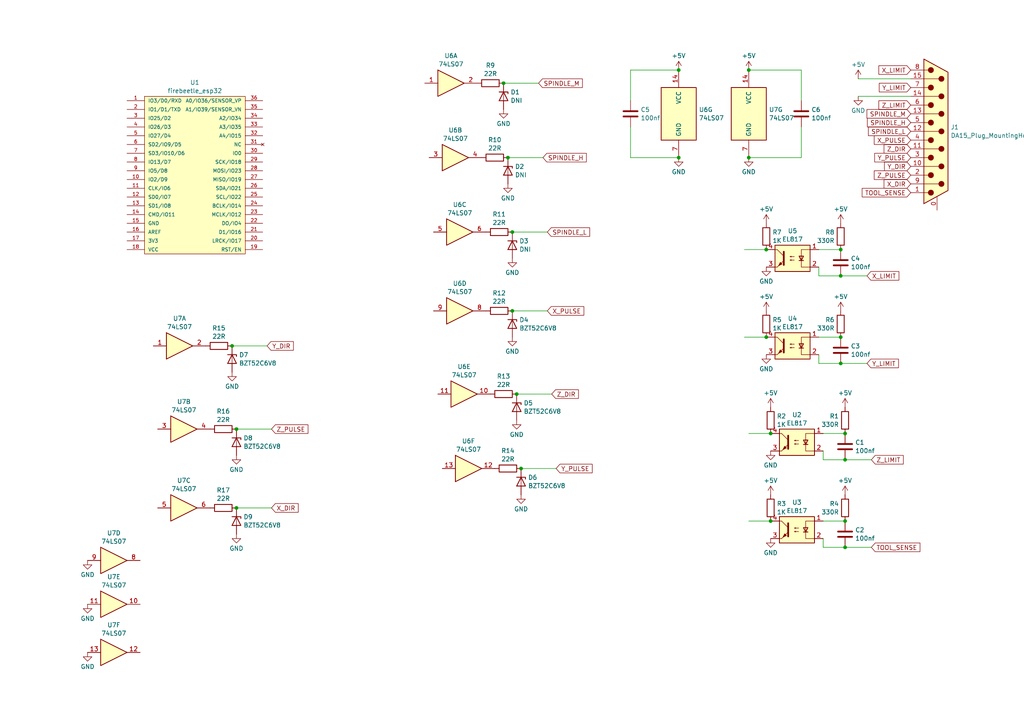
<source format=kicad_sch>
(kicad_sch (version 20230121) (generator eeschema)
  (paper "A4")
  (lib_symbols
    (symbol "74xx:74LS07" (pin_names (offset 1.016))
      (property "Reference" "U" (at 0 1.27 0))
      (property "Value" "74LS07" (at 0 -1.27 0))
      (symbol "74LS07_1_0"
        (polyline (pts (xy -3.81 3.81) (xy -3.81 -3.81) (xy 3.81 0) (xy -3.81 3.81)) (stroke (width 0.254)) (fill (type background)))
        (pin input line (at -7.62 0 0) (length 3.81) (name "~") (number "1"))
        (pin open_collector line (at 7.62 0 180) (length 3.81) (name "~") (number "2"))
      )
      (symbol "74LS07_2_0"
        (polyline (pts (xy -3.81 3.81) (xy -3.81 -3.81) (xy 3.81 0) (xy -3.81 3.81)) (stroke (width 0.254)) (fill (type background)))
        (pin input line (at -7.62 0 0) (length 3.81) (name "~") (number "3"))
        (pin open_collector line (at 7.62 0 180) (length 3.81) (name "~") (number "4"))
      )
      (symbol "74LS07_3_0"
        (polyline (pts (xy -3.81 3.81) (xy -3.81 -3.81) (xy 3.81 0) (xy -3.81 3.81)) (stroke (width 0.254)) (fill (type background)))
        (pin input line (at -7.62 0 0) (length 3.81) (name "~") (number "5"))
        (pin open_collector line (at 7.62 0 180) (length 3.81) (name "~") (number "6"))
      )
      (symbol "74LS07_4_0"
        (polyline (pts (xy -3.81 3.81) (xy -3.81 -3.81) (xy 3.81 0) (xy -3.81 3.81)) (stroke (width 0.254)) (fill (type background)))
        (pin open_collector line (at 7.62 0 180) (length 3.81) (name "~") (number "8"))
        (pin input line (at -7.62 0 0) (length 3.81) (name "~") (number "9"))
      )
      (symbol "74LS07_5_0"
        (polyline (pts (xy -3.81 3.81) (xy -3.81 -3.81) (xy 3.81 0) (xy -3.81 3.81)) (stroke (width 0.254)) (fill (type background)))
        (pin open_collector line (at 7.62 0 180) (length 3.81) (name "~") (number "10"))
        (pin input line (at -7.62 0 0) (length 3.81) (name "~") (number "11"))
      )
      (symbol "74LS07_6_0"
        (polyline (pts (xy -3.81 3.81) (xy -3.81 -3.81) (xy 3.81 0) (xy -3.81 3.81)) (stroke (width 0.254)) (fill (type background)))
        (pin open_collector line (at 7.62 0 180) (length 3.81) (name "~") (number "12"))
        (pin input line (at -7.62 0 0) (length 3.81) (name "~") (number "13"))
      )
      (symbol "74LS07_7_0"
        (pin power_in line (at 0 12.7 270) (length 5.08) (name "VCC") (number "14"))
        (pin power_in line (at 0 -12.7 90) (length 5.08) (name "GND") (number "7"))
      )
      (symbol "74LS07_7_1"
        (rectangle (start -5.08 7.62) (end 5.08 -7.62) (stroke (width 0.254)) (fill (type background)))
      )
    )
    (symbol "Connector:DA15_Plug_MountingHoles" (pin_names (offset 1.016) hide)
      (property "Reference" "J" (at 0 24.13 0))
      (property "Value" "DA15_Plug_MountingHoles" (at 0 22.225 0))
      (symbol "DA15_Plug_MountingHoles_0_1"
        (circle (center -1.778 -17.78) (radius 0.762) (fill (type outline)))
        (circle (center -1.778 -12.7) (radius 0.762) (fill (type outline)))
        (circle (center -1.778 -7.62) (radius 0.762) (fill (type outline)))
        (circle (center -1.778 -2.54) (radius 0.762) (fill (type outline)))
        (circle (center -1.778 2.54) (radius 0.762) (fill (type outline)))
        (circle (center -1.778 7.62) (radius 0.762) (fill (type outline)))
        (circle (center -1.778 12.7) (radius 0.762) (fill (type outline)))
        (circle (center -1.778 17.78) (radius 0.762) (fill (type outline)))
        (polyline (pts (xy -3.81 -17.78) (xy -2.54 -17.78)))
        (polyline (pts (xy -3.81 -15.24) (xy 0.508 -15.24)))
        (polyline (pts (xy -3.81 -12.7) (xy -2.54 -12.7)))
        (polyline (pts (xy -3.81 -10.16) (xy 0.508 -10.16)))
        (polyline (pts (xy -3.81 -7.62) (xy -2.54 -7.62)))
        (polyline (pts (xy -3.81 -5.08) (xy 0.508 -5.08)))
        (polyline (pts (xy -3.81 -2.54) (xy -2.54 -2.54)))
        (polyline (pts (xy -3.81 0) (xy 0.508 0)))
        (polyline (pts (xy -3.81 2.54) (xy -2.54 2.54)))
        (polyline (pts (xy -3.81 5.08) (xy 0.508 5.08)))
        (polyline (pts (xy -3.81 7.62) (xy -2.54 7.62)))
        (polyline (pts (xy -3.81 10.16) (xy 0.508 10.16)))
        (polyline (pts (xy -3.81 12.7) (xy -2.54 12.7)))
        (polyline (pts (xy -3.81 15.24) (xy 0.508 15.24)))
        (polyline (pts (xy -3.81 17.78) (xy -2.54 17.78)))
        (polyline (pts (xy -3.81 -20.955) (xy 3.175 -17.145) (xy 3.175 17.145) (xy -3.81 20.955) (xy -3.81 -20.955)) (stroke (width 0.254)) (fill (type background)))
        (circle (center 1.27 -15.24) (radius 0.762) (fill (type outline)))
        (circle (center 1.27 -10.16) (radius 0.762) (fill (type outline)))
        (circle (center 1.27 -5.08) (radius 0.762) (fill (type outline)))
        (circle (center 1.27 0) (radius 0.762) (fill (type outline)))
        (circle (center 1.27 5.08) (radius 0.762) (fill (type outline)))
        (circle (center 1.27 10.16) (radius 0.762) (fill (type outline)))
        (circle (center 1.27 15.24) (radius 0.762) (fill (type outline)))
      )
      (symbol "DA15_Plug_MountingHoles_1_1"
        (pin passive line (at 0 -22.86 90) (length 3.81) (name "PAD") (number "0"))
        (pin passive line (at -7.62 -17.78 0) (length 3.81) (name "1") (number "1"))
        (pin passive line (at -7.62 -10.16 0) (length 3.81) (name "P10") (number "10"))
        (pin passive line (at -7.62 -5.08 0) (length 3.81) (name "P111") (number "11"))
        (pin passive line (at -7.62 0 0) (length 3.81) (name "P12") (number "12"))
        (pin passive line (at -7.62 5.08 0) (length 3.81) (name "P13") (number "13"))
        (pin passive line (at -7.62 10.16 0) (length 3.81) (name "P14") (number "14"))
        (pin passive line (at -7.62 15.24 0) (length 3.81) (name "P15") (number "15"))
        (pin passive line (at -7.62 -12.7 0) (length 3.81) (name "2") (number "2"))
        (pin passive line (at -7.62 -7.62 0) (length 3.81) (name "3") (number "3"))
        (pin passive line (at -7.62 -2.54 0) (length 3.81) (name "4") (number "4"))
        (pin passive line (at -7.62 2.54 0) (length 3.81) (name "5") (number "5"))
        (pin passive line (at -7.62 7.62 0) (length 3.81) (name "6") (number "6"))
        (pin passive line (at -7.62 12.7 0) (length 3.81) (name "7") (number "7"))
        (pin passive line (at -7.62 17.78 0) (length 3.81) (name "8") (number "8"))
        (pin passive line (at -7.62 -15.24 0) (length 3.81) (name "P9") (number "9"))
      )
    )
    (symbol "Device:C" (pin_numbers hide) (pin_names (offset 0.254))
      (property "Reference" "C" (at 0.635 2.54 0))
      (property "Value" "C" (at 0.635 -2.54 0))
      (symbol "C_0_1"
        (polyline (pts (xy -2.032 -0.762) (xy 2.032 -0.762)) (stroke (width 0.508)))
        (polyline (pts (xy -2.032 0.762) (xy 2.032 0.762)) (stroke (width 0.508)))
      )
      (symbol "C_1_1"
        (pin passive line (at 0 3.81 270) (length 2.794) (name "~") (number "1"))
        (pin passive line (at 0 -3.81 90) (length 2.794) (name "~") (number "2"))
      )
    )
    (symbol "Device:D_Zener" (pin_numbers hide) (pin_names (offset 1.016) hide)
      (property "Reference" "D" (at 0 2.54 0))
      (property "Value" "D_Zener" (at 0 -2.54 0))
      (symbol "D_Zener_0_1"
        (polyline (pts (xy 1.27 0) (xy -1.27 0)))
        (polyline (pts (xy -1.27 -1.27) (xy -1.27 1.27) (xy -0.762 1.27)) (stroke (width 0.254)))
        (polyline (pts (xy 1.27 -1.27) (xy 1.27 1.27) (xy -1.27 0) (xy 1.27 -1.27)) (stroke (width 0.254)))
      )
      (symbol "D_Zener_1_1"
        (pin passive line (at -3.81 0 0) (length 2.54) (name "K") (number "1"))
        (pin passive line (at 3.81 0 180) (length 2.54) (name "A") (number "2"))
      )
    )
    (symbol "Device:R" (pin_numbers hide) (pin_names (offset 0))
      (property "Reference" "R" (at 2.032 0 90))
      (property "Value" "R" (at 0 0 90))
      (symbol "R_0_1"
        (rectangle (start -1.016 -2.54) (end 1.016 2.54) (stroke (width 0.254)))
      )
      (symbol "R_1_1"
        (pin passive line (at 0 3.81 270) (length 1.27) (name "~") (number "1"))
        (pin passive line (at 0 -3.81 90) (length 1.27) (name "~") (number "2"))
      )
    )
    (symbol "Isolator:EL817" (pin_names (offset 1.016))
      (property "Reference" "U" (at -5.08 5.08 0))
      (property "Value" "EL817" (at 0 5.08 0))
      (symbol "EL817_0_1"
        (rectangle (start -5.08 3.81) (end 5.08 -3.81) (stroke (width 0.254)) (fill (type background)))
        (polyline (pts (xy -3.175 -0.635) (xy -1.905 -0.635)) (stroke (width 0.254)))
        (polyline (pts (xy 2.54 0.635) (xy 4.445 2.54)))
        (polyline (pts (xy 4.445 -2.54) (xy 2.54 -0.635)) (fill (type outline)))
        (polyline (pts (xy 4.445 -2.54) (xy 5.08 -2.54)))
        (polyline (pts (xy 4.445 2.54) (xy 5.08 2.54)))
        (polyline (pts (xy -5.08 2.54) (xy -2.54 2.54) (xy -2.54 -0.635)))
        (polyline (pts (xy -2.54 -0.635) (xy -2.54 -2.54) (xy -5.08 -2.54)))
        (polyline (pts (xy 2.54 1.905) (xy 2.54 -1.905) (xy 2.54 -1.905)) (stroke (width 0.508)))
        (polyline (pts (xy -2.54 -0.635) (xy -3.175 0.635) (xy -1.905 0.635) (xy -2.54 -0.635)) (stroke (width 0.254)))
        (polyline (pts (xy -0.508 -0.508) (xy 0.762 -0.508) (xy 0.381 -0.635) (xy 0.381 -0.381) (xy 0.762 -0.508)))
        (polyline (pts (xy -0.508 0.508) (xy 0.762 0.508) (xy 0.381 0.381) (xy 0.381 0.635) (xy 0.762 0.508)))
        (polyline (pts (xy 3.048 -1.651) (xy 3.556 -1.143) (xy 4.064 -2.159) (xy 3.048 -1.651) (xy 3.048 -1.651)) (fill (type outline)))
      )
      (symbol "EL817_1_1"
        (pin passive line (at -7.62 2.54 0) (length 2.54) (name "~") (number "1"))
        (pin passive line (at -7.62 -2.54 0) (length 2.54) (name "~") (number "2"))
        (pin passive line (at 7.62 -2.54 180) (length 2.54) (name "~") (number "3"))
        (pin passive line (at 7.62 2.54 180) (length 2.54) (name "~") (number "4"))
      )
    )
    (symbol "custom_module:firebeetle_esp32" (pin_names (offset 1.016))
      (property "Reference" "U" (at -13.97 -25.4 0))
      (property "Value" "firebeetle_esp32" (at 5.08 -25.4 0))
      (symbol "firebeetle_esp32_0_1"
        (rectangle (start -15.24 21.59) (end 13.97 -24.13) (fill (type background)))
      )
      (symbol "firebeetle_esp32_1_1"
        (pin bidirectional line (at -20.32 20.32 0) (length 5.08) (name "IO3/D0/RXD") (number "1"))
        (pin bidirectional line (at -20.32 -2.54 0) (length 5.08) (name "IO2/D9") (number "10"))
        (pin bidirectional line (at -20.32 -5.08 0) (length 5.08) (name "CLK/IO6") (number "11"))
        (pin bidirectional line (at -20.32 -7.62 0) (length 5.08) (name "SD0/IO7") (number "12"))
        (pin bidirectional line (at -20.32 -10.16 0) (length 5.08) (name "SD1/IO8") (number "13"))
        (pin bidirectional line (at -20.32 -12.7 0) (length 5.08) (name "CMD/IO11") (number "14"))
        (pin power_in line (at -20.32 -15.24 0) (length 5.08) (name "GND") (number "15"))
        (pin input line (at -20.32 -17.78 0) (length 5.08) (name "AREF") (number "16"))
        (pin power_out line (at -20.32 -20.32 0) (length 5.08) (name "3V3") (number "17"))
        (pin power_in line (at -20.32 -22.86 0) (length 5.08) (name "VCC") (number "18"))
        (pin input line (at 19.05 -22.86 180) (length 5.08) (name "RST/EN") (number "19"))
        (pin bidirectional line (at -20.32 17.78 0) (length 5.08) (name "IO1/D1/TXD") (number "2"))
        (pin input line (at 19.05 -20.32 180) (length 5.08) (name "LRCK/IO17") (number "20"))
        (pin bidirectional line (at 19.05 -17.78 180) (length 5.08) (name "D1/IO16") (number "21"))
        (pin bidirectional line (at 19.05 -15.24 180) (length 5.08) (name "DO/IO4") (number "22"))
        (pin bidirectional line (at 19.05 -12.7 180) (length 5.08) (name "MCLK/IO12") (number "23"))
        (pin bidirectional line (at 19.05 -10.16 180) (length 5.08) (name "BCLK/IO14") (number "24"))
        (pin bidirectional line (at 19.05 -7.62 180) (length 5.08) (name "SCL/IO22") (number "25"))
        (pin bidirectional line (at 19.05 -5.08 180) (length 5.08) (name "SDA/IO21") (number "26"))
        (pin bidirectional line (at 19.05 -2.54 180) (length 5.08) (name "MISO/IO19") (number "27"))
        (pin bidirectional line (at 19.05 0 180) (length 5.08) (name "MOSI/IO23") (number "28"))
        (pin bidirectional line (at 19.05 2.54 180) (length 5.08) (name "SCK/IO18") (number "29"))
        (pin bidirectional line (at -20.32 15.24 0) (length 5.08) (name "IO25/D2") (number "3"))
        (pin bidirectional line (at 19.05 5.08 180) (length 5.08) (name "IO0") (number "30"))
        (pin no_connect line (at 19.05 7.62 180) (length 5.08) (name "NC") (number "31"))
        (pin bidirectional line (at 19.05 10.16 180) (length 5.08) (name "A4/IO15") (number "32"))
        (pin bidirectional line (at 19.05 12.7 180) (length 5.08) (name "A3/IO35") (number "33"))
        (pin bidirectional line (at 19.05 15.24 180) (length 5.08) (name "A2/IO34") (number "34"))
        (pin bidirectional line (at 19.05 17.78 180) (length 5.08) (name "A1/IO39/SENSOR_VN") (number "35"))
        (pin bidirectional line (at 19.05 20.32 180) (length 5.08) (name "A0/IO36/SENSOR_VP") (number "36"))
        (pin bidirectional line (at -20.32 12.7 0) (length 5.08) (name "IO26/D3") (number "4"))
        (pin bidirectional line (at -20.32 10.16 0) (length 5.08) (name "IO27/D4") (number "5"))
        (pin bidirectional line (at -20.32 7.62 0) (length 5.08) (name "SD2/IO9/D5") (number "6"))
        (pin bidirectional line (at -20.32 5.08 0) (length 5.08) (name "SD3/IO10/D6") (number "7"))
        (pin bidirectional line (at -20.32 2.54 0) (length 5.08) (name "IO13/D7") (number "8"))
        (pin bidirectional line (at -20.32 0 0) (length 5.08) (name "IO5/D8") (number "9"))
      )
    )
    (symbol "power:+5V" (power) (pin_names (offset 0))
      (property "Value" "+5V" (at 0 3.556 0))
      (symbol "+5V_0_1"
        (polyline (pts (xy -0.762 1.27) (xy 0 2.54)))
        (polyline (pts (xy 0 0) (xy 0 2.54)))
        (polyline (pts (xy 0 2.54) (xy 0.762 1.27)))
      )
      (symbol "+5V_1_1"
        (pin power_in line (at 0 0 90) (length 0) hide (name "+5V") (number "1"))
      )
    )
    (symbol "power:GND" (power) (pin_names (offset 0))
      (property "Value" "GND" (at 0 -3.81 0))
      (symbol "GND_0_1"
        (polyline (pts (xy 0 0) (xy 0 -1.27) (xy 1.27 -1.27) (xy 0 -2.54) (xy -1.27 -1.27) (xy 0 -1.27)))
      )
      (symbol "GND_1_1"
        (pin power_in line (at 0 0 270) (length 0) hide (name "GND") (number "1"))
      )
    )
  )
  (junction (at 223.52 125.73))
  (junction (at 68.58 124.46))
  (junction (at 245.11 151.13))
  (junction (at 217.17 45.72))
  (junction (at 151.13 135.89))
  (junction (at 217.17 20.32))
  (junction (at 196.85 45.72))
  (junction (at 243.84 72.39))
  (junction (at 196.85 20.32))
  (junction (at 245.11 125.73))
  (junction (at 243.84 105.41))
  (junction (at 222.25 72.39))
  (junction (at 245.11 133.35))
  (junction (at 243.84 97.79))
  (junction (at 147.32 45.72))
  (junction (at 223.52 151.13))
  (junction (at 243.84 80.01))
  (junction (at 68.58 147.32))
  (junction (at 148.59 90.17))
  (junction (at 67.31 100.33))
  (junction (at 149.86 114.3))
  (junction (at 222.25 97.79))
  (junction (at 146.05 24.13))
  (junction (at 245.11 158.75))
  (junction (at 148.59 67.31))
  (wire (pts (xy 232.41 45.72) (xy 232.41 36.83)))
  (wire (pts (xy 232.41 20.32) (xy 232.41 29.21)))
  (wire (pts (xy 243.84 105.41) (xy 251.46 105.41)))
  (wire (pts (xy 237.49 105.41) (xy 243.84 105.41)))
  (wire (pts (xy 68.58 124.46) (xy 78.74 124.46)))
  (wire (pts (xy 149.86 114.3) (xy 160.02 114.3)))
  (wire (pts (xy 238.76 151.13) (xy 245.11 151.13)))
  (wire (pts (xy 237.49 97.79) (xy 243.84 97.79)))
  (wire (pts (xy 238.76 125.73) (xy 245.11 125.73)))
  (wire (pts (xy 148.59 67.31) (xy 158.75 67.31)))
  (wire (pts (xy 238.76 156.21) (xy 238.76 158.75)))
  (wire (pts (xy 68.58 147.32) (xy 78.74 147.32)))
  (wire (pts (xy 237.49 72.39) (xy 243.84 72.39)))
  (wire (pts (xy 245.11 158.75) (xy 252.73 158.75)))
  (wire (pts (xy 182.88 45.72) (xy 182.88 36.83)))
  (wire (pts (xy 67.31 100.33) (xy 77.47 100.33)))
  (wire (pts (xy 147.32 45.72) (xy 157.48 45.72)))
  (wire (pts (xy 217.17 45.72) (xy 232.41 45.72)))
  (wire (pts (xy 248.92 27.94) (xy 264.16 27.94)))
  (wire (pts (xy 182.88 20.32) (xy 182.88 29.21)))
  (wire (pts (xy 196.85 20.32) (xy 182.88 20.32)))
  (wire (pts (xy 217.17 151.13) (xy 223.52 151.13)))
  (wire (pts (xy 217.17 125.73) (xy 223.52 125.73)))
  (wire (pts (xy 151.13 135.89) (xy 161.29 135.89)))
  (wire (pts (xy 196.85 45.72) (xy 182.88 45.72)))
  (wire (pts (xy 238.76 133.35) (xy 245.11 133.35)))
  (wire (pts (xy 148.59 90.17) (xy 158.75 90.17)))
  (wire (pts (xy 237.49 102.87) (xy 237.49 105.41)))
  (wire (pts (xy 238.76 158.75) (xy 245.11 158.75)))
  (wire (pts (xy 217.17 20.32) (xy 232.41 20.32)))
  (wire (pts (xy 146.05 24.13) (xy 156.21 24.13)))
  (wire (pts (xy 248.92 22.86) (xy 264.16 22.86)))
  (wire (pts (xy 243.84 80.01) (xy 251.46 80.01)))
  (wire (pts (xy 237.49 77.47) (xy 237.49 80.01)))
  (wire (pts (xy 215.9 72.39) (xy 222.25 72.39)))
  (wire (pts (xy 237.49 80.01) (xy 243.84 80.01)))
  (wire (pts (xy 245.11 133.35) (xy 252.73 133.35)))
  (wire (pts (xy 238.76 130.81) (xy 238.76 133.35)))
  (wire (pts (xy 215.9 97.79) (xy 222.25 97.79)))
  (global_label "SPINDLE_L" (shape input) (at 158.75 67.31 0) (property "Intersheetrefs" "${INTERSHEET_REFS}" (effects hide)))
  (global_label "X_PULSE" (shape input) (at 158.75 90.17 0) (property "Intersheetrefs" "${INTERSHEET_REFS}" (effects hide)))
  (global_label "Y_LIMIT" (shape input) (at 251.46 105.41 0) (property "Intersheetrefs" "${INTERSHEET_REFS}" (effects hide)))
  (global_label "SPINDLE_M" (shape input) (at 156.21 24.13 0) (property "Intersheetrefs" "${INTERSHEET_REFS}" (effects hide)))
  (global_label "Z_PULSE" (shape input) (at 264.16 50.8 180) (property "Intersheetrefs" "${INTERSHEET_REFS}" (effects hide)))
  (global_label "SPINDLE_M" (shape input) (at 264.16 33.02 180) (property "Intersheetrefs" "${INTERSHEET_REFS}" (effects hide)))
  (global_label "SPINDLE_H" (shape input) (at 264.16 35.56 180) (property "Intersheetrefs" "${INTERSHEET_REFS}" (effects hide)))
  (global_label "X_DIR" (shape input) (at 264.16 53.34 180) (property "Intersheetrefs" "${INTERSHEET_REFS}" (effects hide)))
  (global_label "X_DIR" (shape input) (at 78.74 147.32 0) (property "Intersheetrefs" "${INTERSHEET_REFS}" (effects hide)))
  (global_label "Y_PULSE" (shape input) (at 161.29 135.89 0) (property "Intersheetrefs" "${INTERSHEET_REFS}" (effects hide)))
  (global_label "Y_DIR" (shape input) (at 77.47 100.33 0) (property "Intersheetrefs" "${INTERSHEET_REFS}" (effects hide)))
  (global_label "Z_DIR" (shape input) (at 264.16 43.18 180) (property "Intersheetrefs" "${INTERSHEET_REFS}" (effects hide)))
  (global_label "TOOL_SENSE" (shape input) (at 264.16 55.88 180) (property "Intersheetrefs" "${INTERSHEET_REFS}" (effects hide)))
  (global_label "TOOL_SENSE" (shape input) (at 252.73 158.75 0) (property "Intersheetrefs" "${INTERSHEET_REFS}" (effects hide)))
  (global_label "X_PULSE" (shape input) (at 264.16 40.64 180) (property "Intersheetrefs" "${INTERSHEET_REFS}" (effects hide)))
  (global_label "Y_LIMIT" (shape input) (at 264.16 25.4 180) (property "Intersheetrefs" "${INTERSHEET_REFS}" (effects hide)))
  (global_label "Z_LIMIT" (shape input) (at 252.73 133.35 0) (property "Intersheetrefs" "${INTERSHEET_REFS}" (effects hide)))
  (global_label "Z_LIMIT" (shape input) (at 264.16 30.48 180) (property "Intersheetrefs" "${INTERSHEET_REFS}" (effects hide)))
  (global_label "Z_DIR" (shape input) (at 160.02 114.3 0) (property "Intersheetrefs" "${INTERSHEET_REFS}" (effects hide)))
  (global_label "Y_DIR" (shape input) (at 264.16 48.26 180) (property "Intersheetrefs" "${INTERSHEET_REFS}" (effects hide)))
  (global_label "X_LIMIT" (shape input) (at 264.16 20.32 180) (property "Intersheetrefs" "${INTERSHEET_REFS}" (effects hide)))
  (global_label "Y_PULSE" (shape input) (at 264.16 45.72 180) (property "Intersheetrefs" "${INTERSHEET_REFS}" (effects hide)))
  (global_label "SPINDLE_H" (shape input) (at 157.48 45.72 0) (property "Intersheetrefs" "${INTERSHEET_REFS}" (effects hide)))
  (global_label "X_LIMIT" (shape input) (at 251.46 80.01 0) (property "Intersheetrefs" "${INTERSHEET_REFS}" (effects hide)))
  (global_label "Z_PULSE" (shape input) (at 78.74 124.46 0) (property "Intersheetrefs" "${INTERSHEET_REFS}" (effects hide)))
  (global_label "SPINDLE_L" (shape input) (at 264.16 38.1 180) (property "Intersheetrefs" "${INTERSHEET_REFS}" (effects hide)))
  (symbol (lib_id "74xx:74LS07") (at 33.02 162.56 0) (unit 4)
    (property "Reference" "U7" (at 33.02 154.6057 0))
    (property "Value" "74LS07" (at 33.02 157.0299 0))
    (property "Datasheet" "www.ti.com/lit/ds/symlink/sn74ls07.pdf" (effects hide))
  )
  (symbol (lib_id "74xx:74LS07") (at 133.35 90.17 0) (unit 4)
    (property "Reference" "U6" (at 133.35 82.2157 0))
    (property "Value" "74LS07" (at 133.35 84.6399 0))
    (property "Datasheet" "www.ti.com/lit/ds/symlink/sn74ls07.pdf" (effects hide))
  )
  (symbol (lib_id "74xx:74LS07") (at 33.02 175.26 0) (unit 5)
    (property "Reference" "U7" (at 33.02 167.3057 0))
    (property "Value" "74LS07" (at 33.02 169.7299 0))
    (property "Datasheet" "www.ti.com/lit/ds/symlink/sn74ls07.pdf" (effects hide))
  )
  (symbol (lib_id "power:GND") (at 25.4 189.23 0) (unit 1)
    (property "Reference" "#PWR026" (effects hide))
    (property "Value" "GND" (at 25.4 193.3631 0))
  )
  (symbol (lib_id "Device:R") (at 222.25 93.98 0) (unit 1)
    (property "Reference" "R5" (at 224.028 92.7679 0) (effects (justify left)))
    (property "Value" "1K" (at 224.028 95.1921 0) (effects (justify left)))
  )
  (symbol (lib_id "power:GND") (at 68.58 132.08 0) (unit 1)
    (property "Reference" "#PWR022" (effects hide))
    (property "Value" "GND" (at 68.58 136.2131 0))
  )
  (symbol (lib_id "Device:R") (at 147.32 135.89 90) (unit 1)
    (property "Reference" "R14" (at 147.32 130.7297 90))
    (property "Value" "22R" (at 147.32 133.1539 90))
  )
  (symbol (lib_id "power:GND") (at 223.52 156.21 0) (unit 1)
    (property "Reference" "#PWR07" (effects hide))
    (property "Value" "GND" (at 223.52 160.3431 0))
  )
  (symbol (lib_id "power:GND") (at 248.92 27.94 0) (unit 1)
    (property "Reference" "#PWR02" (effects hide))
    (property "Value" "GND" (at 248.92 32.0731 0))
  )
  (symbol (lib_id "power:+5V") (at 222.25 90.17 0) (unit 1)
    (property "Reference" "#PWR09" (effects hide))
    (property "Value" "+5V" (at 222.25 86.0369 0))
  )
  (symbol (lib_id "power:GND") (at 217.17 45.72 0) (unit 1)
    (property "Reference" "#PWR030" (effects hide))
    (property "Value" "GND" (at 217.17 49.8531 0))
  )
  (symbol (lib_id "Device:C") (at 245.11 154.94 0) (unit 1)
    (property "Reference" "C2" (at 248.031 153.7279 0) (effects (justify left)))
    (property "Value" "100nf" (at 248.031 156.1521 0) (effects (justify left)))
  )
  (symbol (lib_id "power:GND") (at 25.4 162.56 0) (unit 1)
    (property "Reference" "#PWR024" (effects hide))
    (property "Value" "GND" (at 25.4 166.6931 0))
  )
  (symbol (lib_id "74xx:74LS07") (at 53.34 147.32 0) (unit 3)
    (property "Reference" "U7" (at 53.34 139.3657 0))
    (property "Value" "74LS07" (at 53.34 141.7899 0))
    (property "Datasheet" "www.ti.com/lit/ds/symlink/sn74ls07.pdf" (effects hide))
  )
  (symbol (lib_id "Device:R") (at 64.77 147.32 90) (unit 1)
    (property "Reference" "R17" (at 64.77 142.1597 90))
    (property "Value" "22R" (at 64.77 144.5839 90))
  )
  (symbol (lib_id "Device:R") (at 245.11 121.92 0) (mirror y) (unit 1)
    (property "Reference" "R1" (at 243.332 120.7079 0) (effects (justify left)))
    (property "Value" "330R" (at 243.332 123.1321 0) (effects (justify left)))
  )
  (symbol (lib_id "Isolator:EL817") (at 231.14 128.27 0) (mirror y) (unit 1)
    (property "Reference" "U2" (at 231.14 120.3157 0))
    (property "Value" "EL817" (at 231.14 122.7399 0))
    (property "Footprint" "Package_DIP:DIP-4_W7.62mm" (effects hide))
    (property "Datasheet" "http://www.everlight.com/file/ProductFile/EL817.pdf" (effects hide))
  )
  (symbol (lib_id "Device:R") (at 245.11 147.32 0) (mirror y) (unit 1)
    (property "Reference" "R4" (at 243.332 146.1079 0) (effects (justify left)))
    (property "Value" "330R" (at 243.332 148.5321 0) (effects (justify left)))
  )
  (symbol (lib_id "Isolator:EL817") (at 229.87 100.33 0) (mirror y) (unit 1)
    (property "Reference" "U4" (at 229.87 92.3757 0))
    (property "Value" "EL817" (at 229.87 94.7999 0))
    (property "Footprint" "Package_DIP:DIP-4_W7.62mm" (effects hide))
    (property "Datasheet" "http://www.everlight.com/file/ProductFile/EL817.pdf" (effects hide))
  )
  (symbol (lib_id "74xx:74LS07") (at 130.81 24.13 0) (unit 1)
    (property "Reference" "U6" (at 130.81 16.1757 0))
    (property "Value" "74LS07" (at 130.81 18.5999 0))
    (property "Datasheet" "www.ti.com/lit/ds/symlink/sn74ls07.pdf" (effects hide))
  )
  (symbol (lib_id "Device:R") (at 223.52 121.92 0) (unit 1)
    (property "Reference" "R2" (at 225.298 120.7079 0) (effects (justify left)))
    (property "Value" "1K" (at 225.298 123.1321 0) (effects (justify left)))
  )
  (symbol (lib_id "Device:C") (at 245.11 129.54 0) (unit 1)
    (property "Reference" "C1" (at 248.031 128.3279 0) (effects (justify left)))
    (property "Value" "100nf" (at 248.031 130.7521 0) (effects (justify left)))
  )
  (symbol (lib_id "power:GND") (at 148.59 97.79 0) (unit 1)
    (property "Reference" "#PWR018" (effects hide))
    (property "Value" "GND" (at 148.59 101.9231 0))
  )
  (symbol (lib_id "Device:R") (at 142.24 24.13 90) (unit 1)
    (property "Reference" "R9" (at 142.24 18.9697 90))
    (property "Value" "22R" (at 142.24 21.3939 90))
  )
  (symbol (lib_id "power:GND") (at 67.31 107.95 0) (unit 1)
    (property "Reference" "#PWR021" (effects hide))
    (property "Value" "GND" (at 67.31 112.0831 0))
  )
  (symbol (lib_id "Device:D_Zener") (at 146.05 27.94 270) (unit 1)
    (property "Reference" "D1" (at 148.082 26.7279 90) (effects (justify left)))
    (property "Value" "DNI" (at 148.082 29.1521 90) (effects (justify left)))
    (property "Footprint" "Diode_SMD:D_SOD-123" (effects hide))
  )
  (symbol (lib_id "power:+5V") (at 217.17 20.32 0) (unit 1)
    (property "Reference" "#PWR028" (effects hide))
    (property "Value" "+5V" (at 217.17 16.1869 0))
  )
  (symbol (lib_id "74xx:74LS07") (at 33.02 189.23 0) (unit 6)
    (property "Reference" "U7" (at 33.02 181.2757 0))
    (property "Value" "74LS07" (at 33.02 183.6999 0))
    (property "Datasheet" "www.ti.com/lit/ds/symlink/sn74ls07.pdf" (effects hide))
  )
  (symbol (lib_id "Device:R") (at 223.52 147.32 0) (unit 1)
    (property "Reference" "R3" (at 225.298 146.1079 0) (effects (justify left)))
    (property "Value" "1K" (at 225.298 148.5321 0) (effects (justify left)))
  )
  (symbol (lib_id "Device:D_Zener") (at 151.13 139.7 270) (unit 1)
    (property "Reference" "D6" (at 153.162 138.4879 90) (effects (justify left)))
    (property "Value" "BZT52C6V8" (at 153.162 140.9121 90) (effects (justify left)))
    (property "Footprint" "Diode_SMD:D_SOD-123" (effects hide))
  )
  (symbol (lib_id "Device:C") (at 243.84 101.6 0) (unit 1)
    (property "Reference" "C3" (at 246.761 100.3879 0) (effects (justify left)))
    (property "Value" "100nf" (at 246.761 102.8121 0) (effects (justify left)))
  )
  (symbol (lib_id "power:+5V") (at 223.52 143.51 0) (unit 1)
    (property "Reference" "#PWR06" (effects hide))
    (property "Value" "+5V" (at 223.52 139.3769 0))
  )
  (symbol (lib_id "Device:R") (at 64.77 124.46 90) (unit 1)
    (property "Reference" "R16" (at 64.77 119.2997 90))
    (property "Value" "22R" (at 64.77 121.7239 90))
  )
  (symbol (lib_id "power:GND") (at 151.13 143.51 0) (unit 1)
    (property "Reference" "#PWR020" (effects hide))
    (property "Value" "GND" (at 151.13 147.6431 0))
  )
  (symbol (lib_id "Device:R") (at 243.84 93.98 0) (mirror y) (unit 1)
    (property "Reference" "R6" (at 242.062 92.7679 0) (effects (justify left)))
    (property "Value" "330R" (at 242.062 95.1921 0) (effects (justify left)))
  )
  (symbol (lib_id "power:+5V") (at 196.85 20.32 0) (unit 1)
    (property "Reference" "#PWR027" (effects hide))
    (property "Value" "+5V" (at 196.85 16.1869 0))
  )
  (symbol (lib_id "74xx:74LS07") (at 52.07 100.33 0) (unit 1)
    (property "Reference" "U7" (at 52.07 92.3757 0))
    (property "Value" "74LS07" (at 52.07 94.7999 0))
    (property "Datasheet" "www.ti.com/lit/ds/symlink/sn74ls07.pdf" (effects hide))
  )
  (symbol (lib_id "power:+5V") (at 245.11 143.51 0) (unit 1)
    (property "Reference" "#PWR08" (effects hide))
    (property "Value" "+5V" (at 245.11 139.3769 0))
  )
  (symbol (lib_id "power:+5V") (at 223.52 118.11 0) (unit 1)
    (property "Reference" "#PWR05" (effects hide))
    (property "Value" "+5V" (at 223.52 113.9769 0))
  )
  (symbol (lib_id "Device:R") (at 243.84 68.58 0) (mirror y) (unit 1)
    (property "Reference" "R8" (at 242.062 67.3679 0) (effects (justify left)))
    (property "Value" "330R" (at 242.062 69.7921 0) (effects (justify left)))
  )
  (symbol (lib_id "power:GND") (at 223.52 130.81 0) (unit 1)
    (property "Reference" "#PWR04" (effects hide))
    (property "Value" "GND" (at 223.52 134.9431 0))
  )
  (symbol (lib_id "Device:D_Zener") (at 67.31 104.14 270) (unit 1)
    (property "Reference" "D7" (at 69.342 102.9279 90) (effects (justify left)))
    (property "Value" "BZT52C6V8" (at 69.342 105.3521 90) (effects (justify left)))
    (property "Footprint" "Diode_SMD:D_SOD-123" (effects hide))
  )
  (symbol (lib_id "Isolator:EL817") (at 231.14 153.67 0) (mirror y) (unit 1)
    (property "Reference" "U3" (at 231.14 145.7157 0))
    (property "Value" "EL817" (at 231.14 148.1399 0))
    (property "Footprint" "Package_DIP:DIP-4_W7.62mm" (effects hide))
    (property "Datasheet" "http://www.everlight.com/file/ProductFile/EL817.pdf" (effects hide))
  )
  (symbol (lib_id "Isolator:EL817") (at 229.87 74.93 0) (mirror y) (unit 1)
    (property "Reference" "U5" (at 229.87 66.9757 0))
    (property "Value" "EL817" (at 229.87 69.3999 0))
    (property "Footprint" "Package_DIP:DIP-4_W7.62mm" (effects hide))
    (property "Datasheet" "http://www.everlight.com/file/ProductFile/EL817.pdf" (effects hide))
  )
  (symbol (lib_id "Device:D_Zener") (at 147.32 49.53 270) (unit 1)
    (property "Reference" "D2" (at 149.352 48.3179 90) (effects (justify left)))
    (property "Value" "DNI" (at 149.352 50.7421 90) (effects (justify left)))
    (property "Footprint" "Diode_SMD:D_SOD-123" (effects hide))
  )
  (symbol (lib_id "power:+5V") (at 222.25 64.77 0) (unit 1)
    (property "Reference" "#PWR012" (effects hide))
    (property "Value" "+5V" (at 222.25 60.6369 0))
  )
  (symbol (lib_id "74xx:74LS07") (at 133.35 67.31 0) (unit 3)
    (property "Reference" "U6" (at 133.35 59.3557 0))
    (property "Value" "74LS07" (at 133.35 61.7799 0))
    (property "Datasheet" "www.ti.com/lit/ds/symlink/sn74ls07.pdf" (effects hide))
  )
  (symbol (lib_id "power:GND") (at 146.05 31.75 0) (unit 1)
    (property "Reference" "#PWR015" (effects hide))
    (property "Value" "GND" (at 146.05 35.8831 0))
  )
  (symbol (lib_id "power:GND") (at 148.59 74.93 0) (unit 1)
    (property "Reference" "#PWR017" (effects hide))
    (property "Value" "GND" (at 148.59 79.0631 0))
  )
  (symbol (lib_id "custom_module:firebeetle_esp32") (at 57.15 49.53 0) (unit 1)
    (property "Reference" "U1" (at 56.515 23.9227 0))
    (property "Value" "firebeetle_esp32" (at 56.515 26.3469 0))
    (property "Footprint" "custom_module:firebeetle_esp32" (effects hide))
  )
  (symbol (lib_id "74xx:74LS07") (at 132.08 45.72 0) (unit 2)
    (property "Reference" "U6" (at 132.08 37.7657 0))
    (property "Value" "74LS07" (at 132.08 40.1899 0))
    (property "Datasheet" "www.ti.com/lit/ds/symlink/sn74ls07.pdf" (effects hide))
  )
  (symbol (lib_id "Device:R") (at 144.78 67.31 90) (unit 1)
    (property "Reference" "R11" (at 144.78 62.1497 90))
    (property "Value" "22R" (at 144.78 64.5739 90))
  )
  (symbol (lib_id "power:+5V") (at 243.84 90.17 0) (unit 1)
    (property "Reference" "#PWR011" (effects hide))
    (property "Value" "+5V" (at 243.84 86.0369 0))
  )
  (symbol (lib_id "Device:D_Zener") (at 68.58 128.27 270) (unit 1)
    (property "Reference" "D8" (at 70.612 127.0579 90) (effects (justify left)))
    (property "Value" "BZT52C6V8" (at 70.612 129.4821 90) (effects (justify left)))
    (property "Footprint" "Diode_SMD:D_SOD-123" (effects hide))
  )
  (symbol (lib_id "Device:C") (at 182.88 33.02 0) (unit 1)
    (property "Reference" "C5" (at 185.801 31.8079 0) (effects (justify left)))
    (property "Value" "100nf" (at 185.801 34.2321 0) (effects (justify left)))
  )
  (symbol (lib_id "74xx:74LS07") (at 53.34 124.46 0) (unit 2)
    (property "Reference" "U7" (at 53.34 116.5057 0))
    (property "Value" "74LS07" (at 53.34 118.9299 0))
    (property "Datasheet" "www.ti.com/lit/ds/symlink/sn74ls07.pdf" (effects hide))
  )
  (symbol (lib_id "Device:D_Zener") (at 149.86 118.11 270) (unit 1)
    (property "Reference" "D5" (at 151.892 116.8979 90) (effects (justify left)))
    (property "Value" "BZT52C6V8" (at 151.892 119.3221 90) (effects (justify left)))
    (property "Footprint" "Diode_SMD:D_SOD-123" (effects hide))
  )
  (symbol (lib_id "power:GND") (at 222.25 102.87 0) (unit 1)
    (property "Reference" "#PWR010" (effects hide))
    (property "Value" "GND" (at 222.25 107.0031 0))
  )
  (symbol (lib_id "Connector:DA15_Plug_MountingHoles") (at 271.78 38.1 0) (unit 1)
    (property "Reference" "J1" (at 275.717 36.8879 0) (effects (justify left)))
    (property "Value" "DA15_Plug_MountingHoles" (at 275.717 39.3121 0) (effects (justify left)))
    (property "Datasheet" " ~" (effects hide))
  )
  (symbol (lib_id "power:+5V") (at 243.84 64.77 0) (unit 1)
    (property "Reference" "#PWR014" (effects hide))
    (property "Value" "+5V" (at 243.84 60.6369 0))
  )
  (symbol (lib_id "Device:D_Zener") (at 68.58 151.13 270) (unit 1)
    (property "Reference" "D9" (at 70.612 149.9179 90) (effects (justify left)))
    (property "Value" "BZT52C6V8" (at 70.612 152.3421 90) (effects (justify left)))
    (property "Footprint" "Diode_SMD:D_SOD-123" (effects hide))
  )
  (symbol (lib_id "power:GND") (at 196.85 45.72 0) (unit 1)
    (property "Reference" "#PWR029" (effects hide))
    (property "Value" "GND" (at 196.85 49.8531 0))
  )
  (symbol (lib_id "Device:C") (at 232.41 33.02 0) (unit 1)
    (property "Reference" "C6" (at 235.331 31.8079 0) (effects (justify left)))
    (property "Value" "100nf" (at 235.331 34.2321 0) (effects (justify left)))
  )
  (symbol (lib_id "Device:D_Zener") (at 148.59 71.12 270) (unit 1)
    (property "Reference" "D3" (at 150.622 69.9079 90) (effects (justify left)))
    (property "Value" "DNI" (at 150.622 72.3321 90) (effects (justify left)))
    (property "Footprint" "Diode_SMD:D_SOD-123" (effects hide))
  )
  (symbol (lib_id "Device:R") (at 144.78 90.17 90) (unit 1)
    (property "Reference" "R12" (at 144.78 85.0097 90))
    (property "Value" "22R" (at 144.78 87.4339 90))
  )
  (symbol (lib_id "power:GND") (at 25.4 175.26 0) (unit 1)
    (property "Reference" "#PWR025" (effects hide))
    (property "Value" "GND" (at 25.4 179.3931 0))
  )
  (symbol (lib_id "Device:R") (at 222.25 68.58 0) (unit 1)
    (property "Reference" "R7" (at 224.028 67.3679 0) (effects (justify left)))
    (property "Value" "1K" (at 224.028 69.7921 0) (effects (justify left)))
  )
  (symbol (lib_id "power:+5V") (at 248.92 22.86 0) (mirror y) (unit 1)
    (property "Reference" "#PWR01" (effects hide))
    (property "Value" "+5V" (at 248.92 18.7269 0))
  )
  (symbol (lib_id "74xx:74LS07") (at 217.17 33.02 0) (unit 7)
    (property "Reference" "U7" (at 223.012 31.8079 0) (effects (justify left)))
    (property "Value" "74LS07" (at 223.012 34.2321 0) (effects (justify left)))
    (property "Datasheet" "www.ti.com/lit/ds/symlink/sn74ls07.pdf" (effects hide))
  )
  (symbol (lib_id "power:GND") (at 222.25 77.47 0) (unit 1)
    (property "Reference" "#PWR013" (effects hide))
    (property "Value" "GND" (at 222.25 81.6031 0))
  )
  (symbol (lib_id "power:+5V") (at 245.11 118.11 0) (unit 1)
    (property "Reference" "#PWR03" (effects hide))
    (property "Value" "+5V" (at 245.11 113.9769 0))
  )
  (symbol (lib_id "power:GND") (at 68.58 154.94 0) (unit 1)
    (property "Reference" "#PWR023" (effects hide))
    (property "Value" "GND" (at 68.58 159.0731 0))
  )
  (symbol (lib_id "power:GND") (at 147.32 53.34 0) (unit 1)
    (property "Reference" "#PWR016" (effects hide))
    (property "Value" "GND" (at 147.32 57.4731 0))
  )
  (symbol (lib_id "74xx:74LS07") (at 135.89 135.89 0) (unit 6)
    (property "Reference" "U6" (at 135.89 127.9357 0))
    (property "Value" "74LS07" (at 135.89 130.3599 0))
    (property "Datasheet" "www.ti.com/lit/ds/symlink/sn74ls07.pdf" (effects hide))
  )
  (symbol (lib_id "Device:R") (at 143.51 45.72 90) (unit 1)
    (property "Reference" "R10" (at 143.51 40.5597 90))
    (property "Value" "22R" (at 143.51 42.9839 90))
  )
  (symbol (lib_id "power:GND") (at 149.86 121.92 0) (unit 1)
    (property "Reference" "#PWR019" (effects hide))
    (property "Value" "GND" (at 149.86 126.0531 0))
  )
  (symbol (lib_id "Device:D_Zener") (at 148.59 93.98 270) (unit 1)
    (property "Reference" "D4" (at 150.622 92.7679 90) (effects (justify left)))
    (property "Value" "BZT52C6V8" (at 150.622 95.1921 90) (effects (justify left)))
    (property "Footprint" "Diode_SMD:D_SOD-123" (effects hide))
  )
  (symbol (lib_id "Device:C") (at 243.84 76.2 0) (unit 1)
    (property "Reference" "C4" (at 246.761 74.9879 0) (effects (justify left)))
    (property "Value" "100nf" (at 246.761 77.4121 0) (effects (justify left)))
  )
  (symbol (lib_id "Device:R") (at 146.05 114.3 90) (unit 1)
    (property "Reference" "R13" (at 146.05 109.1397 90))
    (property "Value" "22R" (at 146.05 111.5639 90))
  )
  (symbol (lib_id "74xx:74LS07") (at 196.85 33.02 0) (unit 7)
    (property "Reference" "U6" (at 202.692 31.8079 0) (effects (justify left)))
    (property "Value" "74LS07" (at 202.692 34.2321 0) (effects (justify left)))
    (property "Datasheet" "www.ti.com/lit/ds/symlink/sn74ls07.pdf" (effects hide))
  )
  (symbol (lib_id "74xx:74LS07") (at 134.62 114.3 0) (unit 5)
    (property "Reference" "U6" (at 134.62 106.3457 0))
    (property "Value" "74LS07" (at 134.62 108.7699 0))
    (property "Datasheet" "www.ti.com/lit/ds/symlink/sn74ls07.pdf" (effects hide))
  )
  (symbol (lib_id "Device:R") (at 63.5 100.33 90) (unit 1)
    (property "Reference" "R15" (at 63.5 95.1697 90))
    (property "Value" "22R" (at 63.5 97.5939 90))
  )
)
</source>
